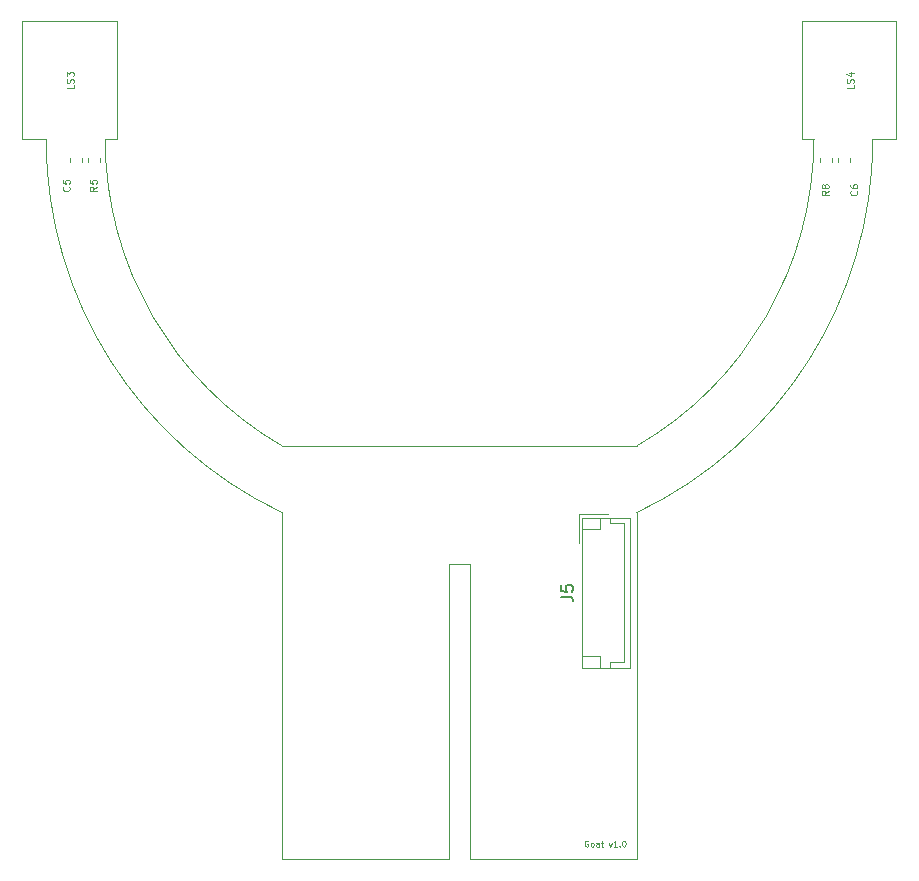
<source format=gbr>
%TF.GenerationSoftware,KiCad,Pcbnew,5.99.0-unknown-5405c09~101~ubuntu18.04.1*%
%TF.CreationDate,2020-04-21T20:28:15+03:00*%
%TF.ProjectId,Ultrasonic Flow Sensor,556c7472-6173-46f6-9e69-6320466c6f77,rev?*%
%TF.SameCoordinates,Original*%
%TF.FileFunction,Legend,Top*%
%TF.FilePolarity,Positive*%
%FSLAX46Y46*%
G04 Gerber Fmt 4.6, Leading zero omitted, Abs format (unit mm)*
G04 Created by KiCad (PCBNEW 5.99.0-unknown-5405c09~101~ubuntu18.04.1) date 2020-04-21 20:28:15*
%MOMM*%
%LPD*%
G01*
G04 APERTURE LIST*
%TA.AperFunction,Profile*%
%ADD10C,0.100000*%
%TD*%
%ADD11C,0.100000*%
%ADD12C,0.120000*%
%ADD13C,0.150000*%
G04 APERTURE END LIST*
D10*
X141287009Y-70021467D02*
G75*
G02*
X126287009Y-96002228I-29999999J0D01*
G01*
X126287008Y-131002229D02*
X126287008Y-101642228D01*
X148287010Y-70021467D02*
X146287009Y-70021467D01*
X141287009Y-70021467D02*
X140287010Y-70021467D01*
X140287010Y-60021467D02*
X148287010Y-60021467D01*
X74287010Y-60021467D02*
X82287010Y-60021467D01*
D11*
X122177533Y-129433229D02*
X122129914Y-129409419D01*
X122058486Y-129409419D01*
X121987057Y-129433229D01*
X121939438Y-129480848D01*
X121915629Y-129528467D01*
X121891819Y-129623705D01*
X121891819Y-129695133D01*
X121915629Y-129790371D01*
X121939438Y-129837990D01*
X121987057Y-129885609D01*
X122058486Y-129909419D01*
X122106105Y-129909419D01*
X122177533Y-129885609D01*
X122201343Y-129861800D01*
X122201343Y-129695133D01*
X122106105Y-129695133D01*
X122487057Y-129909419D02*
X122439438Y-129885609D01*
X122415629Y-129861800D01*
X122391819Y-129814181D01*
X122391819Y-129671324D01*
X122415629Y-129623705D01*
X122439438Y-129599895D01*
X122487057Y-129576086D01*
X122558486Y-129576086D01*
X122606105Y-129599895D01*
X122629914Y-129623705D01*
X122653724Y-129671324D01*
X122653724Y-129814181D01*
X122629914Y-129861800D01*
X122606105Y-129885609D01*
X122558486Y-129909419D01*
X122487057Y-129909419D01*
X123082295Y-129909419D02*
X123082295Y-129647514D01*
X123058486Y-129599895D01*
X123010867Y-129576086D01*
X122915629Y-129576086D01*
X122868010Y-129599895D01*
X123082295Y-129885609D02*
X123034676Y-129909419D01*
X122915629Y-129909419D01*
X122868010Y-129885609D01*
X122844200Y-129837990D01*
X122844200Y-129790371D01*
X122868010Y-129742752D01*
X122915629Y-129718943D01*
X123034676Y-129718943D01*
X123082295Y-129695133D01*
X123248962Y-129576086D02*
X123439438Y-129576086D01*
X123320390Y-129409419D02*
X123320390Y-129837990D01*
X123344200Y-129885609D01*
X123391819Y-129909419D01*
X123439438Y-129909419D01*
X123939438Y-129576086D02*
X124058486Y-129909419D01*
X124177533Y-129576086D01*
X124629914Y-129909419D02*
X124344200Y-129909419D01*
X124487057Y-129909419D02*
X124487057Y-129409419D01*
X124439438Y-129480848D01*
X124391819Y-129528467D01*
X124344200Y-129552276D01*
X124844200Y-129861800D02*
X124868010Y-129885609D01*
X124844200Y-129909419D01*
X124820390Y-129885609D01*
X124844200Y-129861800D01*
X124844200Y-129909419D01*
X125177533Y-129409419D02*
X125225152Y-129409419D01*
X125272771Y-129433229D01*
X125296581Y-129457038D01*
X125320390Y-129504657D01*
X125344200Y-129599895D01*
X125344200Y-129718943D01*
X125320390Y-129814181D01*
X125296581Y-129861800D01*
X125272771Y-129885609D01*
X125225152Y-129909419D01*
X125177533Y-129909419D01*
X125129914Y-129885609D01*
X125106105Y-129861800D01*
X125082295Y-129814181D01*
X125058486Y-129718943D01*
X125058486Y-129599895D01*
X125082295Y-129504657D01*
X125106105Y-129457038D01*
X125129914Y-129433229D01*
X125177533Y-129409419D01*
D10*
X96287010Y-96002229D02*
X126287009Y-96002228D01*
X140287010Y-70021467D02*
X140287010Y-60021467D01*
X110437010Y-106002229D02*
X112137010Y-106002229D01*
X96287008Y-131002229D02*
X110437010Y-131002229D01*
X112137010Y-106002229D02*
X112137010Y-131002229D01*
X96274281Y-101638202D02*
G75*
G02*
X76287010Y-70021467I15012729J31616735D01*
G01*
X74287010Y-70021467D02*
X74287010Y-60021467D01*
X96287010Y-96002229D02*
G75*
G02*
X81287010Y-70021467I15000000J25980762D01*
G01*
X76287010Y-70021467D02*
X74287010Y-70021467D01*
X82287010Y-70021467D02*
X81287010Y-70021467D01*
X82287010Y-60021467D02*
X82287010Y-70021467D01*
X146285188Y-70021467D02*
G75*
G02*
X126287008Y-101642228I-34998178J0D01*
G01*
X96287008Y-131002229D02*
X96274280Y-101638202D01*
X148287010Y-60021467D02*
X148287010Y-70021467D01*
X110437010Y-131002229D02*
X110437010Y-106002229D01*
X112137010Y-131002229D02*
X126287008Y-131002229D01*
D12*
%TO.C,C6*%
X143301010Y-71608450D02*
X143301010Y-71934008D01*
X144321010Y-71608450D02*
X144321010Y-71934008D01*
%TO.C,J5*%
X125709010Y-102054229D02*
X121689010Y-102054229D01*
X121689010Y-102054229D02*
X121689010Y-114774229D01*
X121689010Y-114774229D02*
X125709010Y-114774229D01*
X125709010Y-114774229D02*
X125709010Y-102054229D01*
X123999010Y-102054229D02*
X123999010Y-102554229D01*
X123999010Y-102554229D02*
X125209010Y-102554229D01*
X125209010Y-102554229D02*
X125209010Y-114274229D01*
X125209010Y-114274229D02*
X123999010Y-114274229D01*
X123999010Y-114274229D02*
X123999010Y-114774229D01*
X123189010Y-102054229D02*
X123189010Y-103054229D01*
X123189010Y-103054229D02*
X121689010Y-103054229D01*
X123189010Y-114774229D02*
X123189010Y-113774229D01*
X123189010Y-113774229D02*
X121689010Y-113774229D01*
X123889010Y-101754229D02*
X121389010Y-101754229D01*
X121389010Y-101754229D02*
X121389010Y-104254229D01*
%TO.C,C5*%
X78277010Y-71608450D02*
X78277010Y-71934008D01*
X79297010Y-71608450D02*
X79297010Y-71934008D01*
%TO.C,R5*%
X79801010Y-71608450D02*
X79801010Y-71934008D01*
X80821010Y-71608450D02*
X80821010Y-71934008D01*
%TO.C,R8*%
X141777010Y-71608450D02*
X141777010Y-71934008D01*
X142797010Y-71608450D02*
X142797010Y-71934008D01*
%TD*%
%TO.C,LS3*%
X78632269Y-65427943D02*
X78632269Y-65713657D01*
X78032269Y-65713657D01*
X78603698Y-65256514D02*
X78632269Y-65170800D01*
X78632269Y-65027943D01*
X78603698Y-64970800D01*
X78575126Y-64942229D01*
X78517983Y-64913657D01*
X78460841Y-64913657D01*
X78403698Y-64942229D01*
X78375126Y-64970800D01*
X78346555Y-65027943D01*
X78317983Y-65142229D01*
X78289412Y-65199371D01*
X78260841Y-65227943D01*
X78203698Y-65256514D01*
X78146555Y-65256514D01*
X78089412Y-65227943D01*
X78060841Y-65199371D01*
X78032269Y-65142229D01*
X78032269Y-64999371D01*
X78060841Y-64913657D01*
X78032269Y-64713657D02*
X78032269Y-64342229D01*
X78260841Y-64542229D01*
X78260841Y-64456514D01*
X78289412Y-64399371D01*
X78317983Y-64370800D01*
X78375126Y-64342229D01*
X78517983Y-64342229D01*
X78575126Y-64370800D01*
X78603698Y-64399371D01*
X78632269Y-64456514D01*
X78632269Y-64627943D01*
X78603698Y-64685086D01*
X78575126Y-64713657D01*
%TO.C,C6*%
X144914295Y-74411229D02*
X144942867Y-74439800D01*
X144971438Y-74525514D01*
X144971438Y-74582657D01*
X144942867Y-74668371D01*
X144885724Y-74725514D01*
X144828581Y-74754086D01*
X144714295Y-74782657D01*
X144628581Y-74782657D01*
X144514295Y-74754086D01*
X144457152Y-74725514D01*
X144400010Y-74668371D01*
X144371438Y-74582657D01*
X144371438Y-74525514D01*
X144400010Y-74439800D01*
X144428581Y-74411229D01*
X144371438Y-73896943D02*
X144371438Y-74011229D01*
X144400010Y-74068371D01*
X144428581Y-74096943D01*
X144514295Y-74154086D01*
X144628581Y-74182657D01*
X144857152Y-74182657D01*
X144914295Y-74154086D01*
X144942867Y-74125514D01*
X144971438Y-74068371D01*
X144971438Y-73954086D01*
X144942867Y-73896943D01*
X144914295Y-73868371D01*
X144857152Y-73839800D01*
X144714295Y-73839800D01*
X144657152Y-73868371D01*
X144628581Y-73896943D01*
X144600010Y-73954086D01*
X144600010Y-74068371D01*
X144628581Y-74125514D01*
X144657152Y-74154086D01*
X144714295Y-74182657D01*
%TO.C,J5*%
D13*
X119895390Y-108747562D02*
X120609676Y-108747562D01*
X120752533Y-108795181D01*
X120847771Y-108890419D01*
X120895390Y-109033276D01*
X120895390Y-109128514D01*
X119895390Y-107795181D02*
X119895390Y-108271371D01*
X120371581Y-108318990D01*
X120323962Y-108271371D01*
X120276343Y-108176133D01*
X120276343Y-107938038D01*
X120323962Y-107842800D01*
X120371581Y-107795181D01*
X120466819Y-107747562D01*
X120704914Y-107747562D01*
X120800152Y-107795181D01*
X120847771Y-107842800D01*
X120895390Y-107938038D01*
X120895390Y-108176133D01*
X120847771Y-108271371D01*
X120800152Y-108318990D01*
%TO.C,C5*%
D12*
X78239295Y-74030229D02*
X78267867Y-74058800D01*
X78296438Y-74144514D01*
X78296438Y-74201657D01*
X78267867Y-74287371D01*
X78210724Y-74344514D01*
X78153581Y-74373086D01*
X78039295Y-74401657D01*
X77953581Y-74401657D01*
X77839295Y-74373086D01*
X77782152Y-74344514D01*
X77725010Y-74287371D01*
X77696438Y-74201657D01*
X77696438Y-74144514D01*
X77725010Y-74058800D01*
X77753581Y-74030229D01*
X77696438Y-73487371D02*
X77696438Y-73773086D01*
X77982152Y-73801657D01*
X77953581Y-73773086D01*
X77925010Y-73715943D01*
X77925010Y-73573086D01*
X77953581Y-73515943D01*
X77982152Y-73487371D01*
X78039295Y-73458800D01*
X78182152Y-73458800D01*
X78239295Y-73487371D01*
X78267867Y-73515943D01*
X78296438Y-73573086D01*
X78296438Y-73715943D01*
X78267867Y-73773086D01*
X78239295Y-73801657D01*
%TO.C,R5*%
X80582438Y-74030229D02*
X80296724Y-74230229D01*
X80582438Y-74373086D02*
X79982438Y-74373086D01*
X79982438Y-74144514D01*
X80011010Y-74087371D01*
X80039581Y-74058800D01*
X80096724Y-74030229D01*
X80182438Y-74030229D01*
X80239581Y-74058800D01*
X80268152Y-74087371D01*
X80296724Y-74144514D01*
X80296724Y-74373086D01*
X79982438Y-73487371D02*
X79982438Y-73773086D01*
X80268152Y-73801657D01*
X80239581Y-73773086D01*
X80211010Y-73715943D01*
X80211010Y-73573086D01*
X80239581Y-73515943D01*
X80268152Y-73487371D01*
X80325295Y-73458800D01*
X80468152Y-73458800D01*
X80525295Y-73487371D01*
X80553867Y-73515943D01*
X80582438Y-73573086D01*
X80582438Y-73715943D01*
X80553867Y-73773086D01*
X80525295Y-73801657D01*
%TO.C,LS4*%
X144672269Y-65427943D02*
X144672269Y-65713657D01*
X144072269Y-65713657D01*
X144643698Y-65256514D02*
X144672269Y-65170800D01*
X144672269Y-65027943D01*
X144643698Y-64970800D01*
X144615126Y-64942229D01*
X144557983Y-64913657D01*
X144500841Y-64913657D01*
X144443698Y-64942229D01*
X144415126Y-64970800D01*
X144386555Y-65027943D01*
X144357983Y-65142229D01*
X144329412Y-65199371D01*
X144300841Y-65227943D01*
X144243698Y-65256514D01*
X144186555Y-65256514D01*
X144129412Y-65227943D01*
X144100841Y-65199371D01*
X144072269Y-65142229D01*
X144072269Y-64999371D01*
X144100841Y-64913657D01*
X144272269Y-64399371D02*
X144672269Y-64399371D01*
X144043698Y-64542229D02*
X144472269Y-64685086D01*
X144472269Y-64313657D01*
%TO.C,R8*%
X142558438Y-74411229D02*
X142272724Y-74611229D01*
X142558438Y-74754086D02*
X141958438Y-74754086D01*
X141958438Y-74525514D01*
X141987010Y-74468371D01*
X142015581Y-74439800D01*
X142072724Y-74411229D01*
X142158438Y-74411229D01*
X142215581Y-74439800D01*
X142244152Y-74468371D01*
X142272724Y-74525514D01*
X142272724Y-74754086D01*
X142215581Y-74068371D02*
X142187010Y-74125514D01*
X142158438Y-74154086D01*
X142101295Y-74182657D01*
X142072724Y-74182657D01*
X142015581Y-74154086D01*
X141987010Y-74125514D01*
X141958438Y-74068371D01*
X141958438Y-73954086D01*
X141987010Y-73896943D01*
X142015581Y-73868371D01*
X142072724Y-73839800D01*
X142101295Y-73839800D01*
X142158438Y-73868371D01*
X142187010Y-73896943D01*
X142215581Y-73954086D01*
X142215581Y-74068371D01*
X142244152Y-74125514D01*
X142272724Y-74154086D01*
X142329867Y-74182657D01*
X142444152Y-74182657D01*
X142501295Y-74154086D01*
X142529867Y-74125514D01*
X142558438Y-74068371D01*
X142558438Y-73954086D01*
X142529867Y-73896943D01*
X142501295Y-73868371D01*
X142444152Y-73839800D01*
X142329867Y-73839800D01*
X142272724Y-73868371D01*
X142244152Y-73896943D01*
X142215581Y-73954086D01*
%TD*%
M02*

</source>
